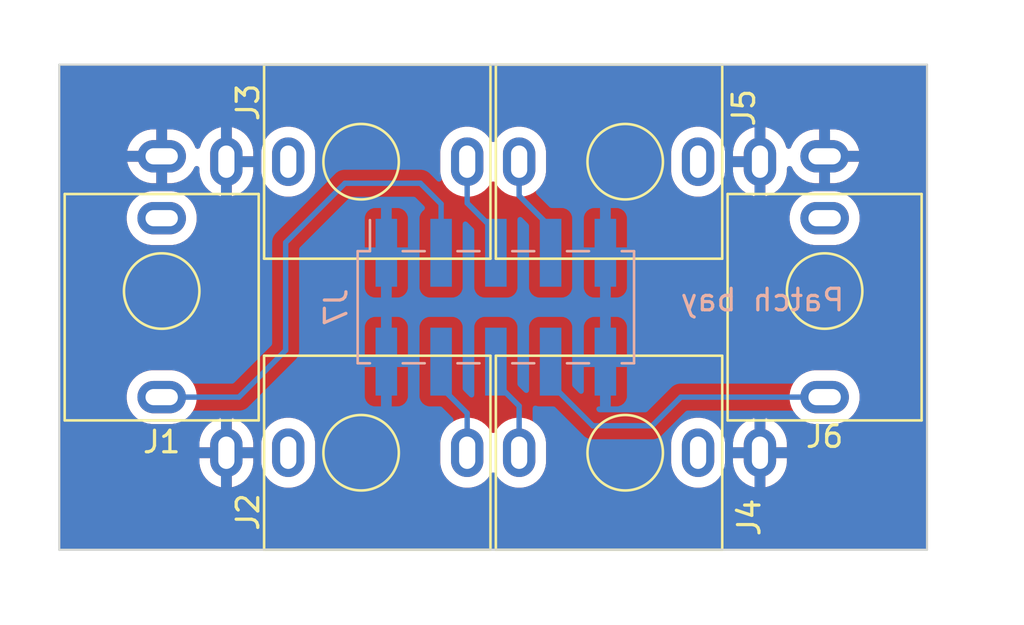
<source format=kicad_pcb>
(kicad_pcb (version 20240108) (generator "pcbnew") (generator_version "8.0")
  (layers (0 "F.Cu" signal) (31 "B.Cu" signal) (34 "B.Paste" user) (35 "F.Paste" user) (36 "B.SilkS" user "B.Silkscreen") (37 "F.SilkS" user "F.Silkscreen") (38 "B.Mask" user) (39 "F.Mask" user) (44 "Edge.Cuts" user))
  (net 0 "")
  (net 2 "GND")
  (net 3 "Net-(J7-Pin_3)")
  (net 5 "Net-(J7-Pin_4)")
  (net 6 "Net-(J7-Pin_5)")
  (net 9 "Net-(J7-Pin_6)")
  (net 10 "Net-(J7-Pin_7)")
  (net 12 "Net-(J7-Pin_8)")
  (footprint "Custom_FP:PJ398SM" (layer "F.Cu") (at 151.25 54.5 90)
    (property "Reference" "J5" (at 2.5 5.5 90) (layer "F.SilkS"))
    (property "Value" "AudioJack2_SwitchT")
    (fp_line (start 4.5 -6) (end -4.5 -6) (stroke (width 0.12)) (layer "F.SilkS"))
    (fp_line (start -4.5 -6) (end -4.5 4.5) (stroke (width 0.12)) (layer "F.SilkS"))
    (fp_line (start 4.5 4.5) (end 4.5 -6) (stroke (width 0.12)) (layer "F.SilkS"))
    (fp_line (start -4.5 4.5) (end 4.5 4.5) (stroke (width 0.12)) (layer "F.SilkS"))
    (fp_circle (center 0 0) (end 1.75 0) (stroke (width 0.12)) (fill none) (layer "F.SilkS"))
    (pad "S" thru_hole oval (at 0 6.25 90) (size 2.25 1.5) (drill oval 1.5 0.75) (layers "*.Cu" "*.Mask") (net 2 "GND"))
    (pad "T" thru_hole oval (at 0 -4.92 90) (size 2.25 1.5) (drill oval 1.5 0.75) (layers "*.Cu" "*.Mask") (net 10 "Net-(J7-Pin_7)"))
    (pad "TN" thru_hole oval (at 0 3.38 90) (size 2.25 1.5) (drill oval 1.5 0.75) (layers "*.Cu" "*.Mask"))
  )
  (footprint "Custom_FP:PJ398SM" (layer "F.Cu") (at 129.75 60.5 180)
    (property "Reference" "J1" (at 0 -7 0) (layer "F.SilkS"))
    (property "Value" "AudioJack2_SwitchT")
    (fp_line (start 4.5 4.5) (end 4.5 -6) (stroke (width 0.12)) (layer "F.SilkS"))
    (fp_line (start 4.5 -6) (end -4.5 -6) (stroke (width 0.12)) (layer "F.SilkS"))
    (fp_line (start -4.5 4.5) (end 4.5 4.5) (stroke (width 0.12)) (layer "F.SilkS"))
    (fp_line (start -4.5 -6) (end -4.5 4.5) (stroke (width 0.12)) (layer "F.SilkS"))
    (fp_circle (center 0 0) (end 1.75 0) (stroke (width 0.12)) (fill none) (layer "F.SilkS"))
    (pad "S" thru_hole oval (at 0 6.25 180) (size 2.25 1.5) (drill oval 1.5 0.75) (layers "*.Cu" "*.Mask") (net 2 "GND"))
    (pad "T" thru_hole oval (at 0 -4.92 180) (size 2.25 1.5) (drill oval 1.5 0.75) (layers "*.Cu" "*.Mask") (net 3 "Net-(J7-Pin_3)"))
    (pad "TN" thru_hole oval (at 0 3.38 180) (size 2.25 1.5) (drill oval 1.5 0.75) (layers "*.Cu" "*.Mask"))
  )
  (footprint "Custom_FP:PJ398SM" (layer "F.Cu") (at 151.25 68 90)
    (property "Reference" "J4" (at -3 5.75 90) (layer "F.SilkS"))
    (property "Value" "AudioJack2_SwitchT")
    (fp_line (start 4.5 -6) (end -4.5 -6) (stroke (width 0.12)) (layer "F.SilkS"))
    (fp_line (start -4.5 -6) (end -4.5 4.5) (stroke (width 0.12)) (layer "F.SilkS"))
    (fp_line (start 4.5 4.5) (end 4.5 -6) (stroke (width 0.12)) (layer "F.SilkS"))
    (fp_line (start -4.5 4.5) (end 4.5 4.5) (stroke (width 0.12)) (layer "F.SilkS"))
    (fp_circle (center 0 0) (end 1.75 0) (stroke (width 0.12)) (fill none) (layer "F.SilkS"))
    (pad "S" thru_hole oval (at 0 6.25 90) (size 2.25 1.5) (drill oval 1.5 0.75) (layers "*.Cu" "*.Mask") (net 2 "GND"))
    (pad "T" thru_hole oval (at 0 -4.92 90) (size 2.25 1.5) (drill oval 1.5 0.75) (layers "*.Cu" "*.Mask") (net 9 "Net-(J7-Pin_6)"))
    (pad "TN" thru_hole oval (at 0 3.38 90) (size 2.25 1.5) (drill oval 1.5 0.75) (layers "*.Cu" "*.Mask"))
  )
  (footprint "Custom_FP:PJ398SM" (layer "F.Cu") (at 139 68 -90)
    (property "Reference" "J2" (at 2.75 5.25 90) (layer "F.SilkS"))
    (property "Value" "AudioJack2_SwitchT")
    (fp_line (start -4.5 4.5) (end 4.5 4.5) (stroke (width 0.12)) (layer "F.SilkS"))
    (fp_line (start 4.5 4.5) (end 4.5 -6) (stroke (width 0.12)) (layer "F.SilkS"))
    (fp_line (start -4.5 -6) (end -4.5 4.5) (stroke (width 0.12)) (layer "F.SilkS"))
    (fp_line (start 4.5 -6) (end -4.5 -6) (stroke (width 0.12)) (layer "F.SilkS"))
    (fp_circle (center 0 0) (end 1.75 0) (stroke (width 0.12)) (fill none) (layer "F.SilkS"))
    (pad "S" thru_hole oval (at 0 6.25 270) (size 2.25 1.5) (drill oval 1.5 0.75) (layers "*.Cu" "*.Mask") (net 2 "GND"))
    (pad "T" thru_hole oval (at 0 -4.92 270) (size 2.25 1.5) (drill oval 1.5 0.75) (layers "*.Cu" "*.Mask") (net 5 "Net-(J7-Pin_4)"))
    (pad "TN" thru_hole oval (at 0 3.38 270) (size 2.25 1.5) (drill oval 1.5 0.75) (layers "*.Cu" "*.Mask"))
  )
  (footprint "Custom_FP:PJ398SM" (layer "F.Cu") (at 160.5 60.5 180)
    (property "Reference" "J6" (at 0 -6.75 0) (layer "F.SilkS"))
    (property "Value" "AudioJack2_SwitchT")
    (fp_line (start 4.5 4.5) (end 4.5 -6) (stroke (width 0.12)) (layer "F.SilkS"))
    (fp_line (start 4.5 -6) (end -4.5 -6) (stroke (width 0.12)) (layer "F.SilkS"))
    (fp_line (start -4.5 4.5) (end 4.5 4.5) (stroke (width 0.12)) (layer "F.SilkS"))
    (fp_line (start -4.5 -6) (end -4.5 4.5) (stroke (width 0.12)) (layer "F.SilkS"))
    (fp_circle (center 0 0) (end 1.75 0) (stroke (width 0.12)) (fill none) (layer "F.SilkS"))
    (pad "S" thru_hole oval (at 0 6.25 180) (size 2.25 1.5) (drill oval 1.5 0.75) (layers "*.Cu" "*.Mask") (net 2 "GND"))
    (pad "T" thru_hole oval (at 0 -4.92 180) (size 2.25 1.5) (drill oval 1.5 0.75) (layers "*.Cu" "*.Mask") (net 12 "Net-(J7-Pin_8)"))
    (pad "TN" thru_hole oval (at 0 3.38 180) (size 2.25 1.5) (drill oval 1.5 0.75) (layers "*.Cu" "*.Mask"))
  )
  (footprint "Custom_FP:PJ398SM" (layer "F.Cu") (at 139 54.5 -90)
    (property "Reference" "J3" (at -2.75 5.25 90) (layer "F.SilkS"))
    (property "Value" "AudioJack2_SwitchT")
    (fp_line (start -4.5 4.5) (end 4.5 4.5) (stroke (width 0.12)) (layer "F.SilkS"))
    (fp_line (start 4.5 4.5) (end 4.5 -6) (stroke (width 0.12)) (layer "F.SilkS"))
    (fp_line (start -4.5 -6) (end -4.5 4.5) (stroke (width 0.12)) (layer "F.SilkS"))
    (fp_line (start 4.5 -6) (end -4.5 -6) (stroke (width 0.12)) (layer "F.SilkS"))
    (fp_circle (center 0 0) (end 1.75 0) (stroke (width 0.12)) (fill none) (layer "F.SilkS"))
    (pad "S" thru_hole oval (at 0 6.25 270) (size 2.25 1.5) (drill oval 1.5 0.75) (layers "*.Cu" "*.Mask") (net 2 "GND"))
    (pad "T" thru_hole oval (at 0 -4.92 270) (size 2.25 1.5) (drill oval 1.5 0.75) (layers "*.Cu" "*.Mask") (net 6 "Net-(J7-Pin_5)"))
    (pad "TN" thru_hole oval (at 0 3.38 270) (size 2.25 1.5) (drill oval 1.5 0.75) (layers "*.Cu" "*.Mask"))
  )
  (footprint "Connector_PinHeader_2.54mm:PinHeader_2x05_P2.54mm_Vertical_SMD" (layer "B.Cu") (at 145.25 61.25 -90)
    (property "Reference" "J7" (at 0 7.41 90) (layer "B.SilkS") (effects (justify mirror)))
    (property "Value" "Conn_01x10_Pin")
    (fp_line (start 2.6 6.41) (end -2.6 6.41) (stroke (width 0.12)) (layer "B.SilkS"))
    (fp_line (start -2.6 5.84) (end -2.6 6.41) (stroke (width 0.12)) (layer "B.SilkS"))
    (fp_line (start -2.6 5.84) (end -4.04 5.84) (stroke (width 0.12)) (layer "B.SilkS"))
    (fp_line (start 2.6 5.84) (end 2.6 6.41) (stroke (width 0.12)) (layer "B.SilkS"))
    (fp_line (start -2.6 3.3) (end -2.6 4.32) (stroke (width 0.12)) (layer "B.SilkS"))
    (fp_line (start 2.6 3.3) (end 2.6 4.32) (stroke (width 0.12)) (layer "B.SilkS"))
    (fp_line (start -2.6 0.76) (end -2.6 1.78) (stroke (width 0.12)) (layer "B.SilkS"))
    (fp_line (start 2.6 0.76) (end 2.6 1.78) (stroke (width 0.12)) (layer "B.SilkS"))
    (fp_line (start -2.6 -1.78) (end -2.6 -0.76) (stroke (width 0.12)) (layer "B.SilkS"))
    (fp_line (start 2.6 -1.78) (end 2.6 -0.76) (stroke (width 0.12)) (layer "B.SilkS"))
    (fp_line (start -2.6 -4.32) (end -2.6 -3.3) (stroke (width 0.12)) (layer "B.SilkS"))
    (fp_line (start 2.6 -4.32) (end 2.6 -3.3) (stroke (width 0.12)) (layer "B.SilkS"))
    (fp_line (start -2.6 -6.41) (end -2.6 -5.84) (stroke (width 0.12)) (layer "B.SilkS"))
    (fp_line (start 2.6 -6.41) (end 2.6 -5.84) (stroke (width 0.12)) (layer "B.SilkS"))
    (fp_line (start 2.6 -6.41) (end -2.6 -6.41) (stroke (width 0.12)) (layer "B.SilkS"))
    (pad "1" smd rect (at -2.525 5.08 270) (size 3.15 1) (layers "B.Cu" "B.Paste" "B.Mask") (net 2 "GND"))
    (pad "2" smd rect (at 2.525 5.08 270) (size 3.15 1) (layers "B.Cu" "B.Paste" "B.Mask") (net 2 "GND"))
    (pad "3" smd rect (at -2.525 2.54 270) (size 3.15 1) (layers "B.Cu" "B.Paste" "B.Mask") (net 3 "Net-(J7-Pin_3)"))
    (pad "4" smd rect (at 2.525 2.54 270) (size 3.15 1) (layers "B.Cu" "B.Paste" "B.Mask") (net 5 "Net-(J7-Pin_4)"))
    (pad "5" smd rect (at -2.525 0 270) (size 3.15 1) (layers "B.Cu" "B.Paste" "B.Mask") (net 6 "Net-(J7-Pin_5)"))
    (pad "6" smd rect (at 2.525 0 270) (size 3.15 1) (layers "B.Cu" "B.Paste" "B.Mask") (net 9 "Net-(J7-Pin_6)"))
    (pad "7" smd rect (at -2.525 -2.54 270) (size 3.15 1) (layers "B.Cu" "B.Paste" "B.Mask") (net 10 "Net-(J7-Pin_7)"))
    (pad "8" smd rect (at 2.525 -2.54 270) (size 3.15 1) (layers "B.Cu" "B.Paste" "B.Mask") (net 12 "Net-(J7-Pin_8)"))
    (pad "9" smd rect (at -2.525 -5.08 270) (size 3.15 1) (layers "B.Cu" "B.Paste" "B.Mask") (net 2 "GND"))
    (pad "10" smd rect (at 2.525 -5.08 270) (size 3.15 1) (layers "B.Cu" "B.Paste" "B.Mask") (net 2 "GND"))
  )
  (gr_line (start 125 50) (end 125 72.5) (stroke (width 0.1)) (layer "Edge.Cuts"))
  (gr_line (start 165.25 50) (end 125 50) (stroke (width 0.1)) (layer "Edge.Cuts"))
  (gr_line (start 125 72.5) (end 165.25 72.5) (stroke (width 0.1)) (layer "Edge.Cuts"))
  (gr_line (start 165.25 72.5) (end 165.25 50) (stroke (width 0.1)) (layer "Edge.Cuts"))
  (gr_text "Patch bay" (at 161.5 61.5 0) (layer "B.SilkS") (effects (font (size 1 1)) (justify left bottom mirror)))
  (segment (start 141.75 55.5) (end 142.71 56.46) (width 0.25) (layer "B.Cu") (net 3))
  (segment (start 135.5 58.25) (end 138.25 55.5) (width 0.25) (layer "B.Cu") (net 3))
  (segment (start 142.71 56.46) (end 142.71 58.725) (width 0.25) (layer "B.Cu") (net 3))
  (segment (start 129.75 65.42) (end 133.33 65.42) (width 0.25) (layer "B.Cu") (net 3))
  (segment (start 135.5 63.25) (end 135.5 58.25) (width 0.25) (layer "B.Cu") (net 3))
  (segment (start 138.25 55.5) (end 141.75 55.5) (width 0.25) (layer "B.Cu") (net 3))
  (segment (start 133.33 65.42) (end 135.5 63.25) (width 0.25) (layer "B.Cu") (net 3))
  (segment (start 142.71 64.96) (end 142.71 63.775) (width 0.25) (layer "B.Cu") (net 5))
  (segment (start 143.92 68) (end 143.92 66.17) (width 0.25) (layer "B.Cu") (net 5))
  (segment (start 143.92 66.17) (end 142.71 64.96) (width 0.25) (layer "B.Cu") (net 5))
  (segment (start 143.92 54.5) (end 143.92 56.42) (width 0.25) (layer "B.Cu") (net 6))
  (segment (start 145.25 57.75) (end 145.25 58.725) (width 0.25) (layer "B.Cu") (net 6))
  (segment (start 143.92 56.42) (end 145.25 57.75) (width 0.25) (layer "B.Cu") (net 6))
  (segment (start 146.33 68) (end 146.33 65.83) (width 0.25) (layer "B.Cu") (net 9))
  (segment (start 146.33 65.83) (end 145.25 64.75) (width 0.25) (layer "B.Cu") (net 9))
  (segment (start 145.25 64.75) (end 145.25 63.775) (width 0.25) (layer "B.Cu") (net 9))
  (segment (start 146.33 54.5) (end 146.33 56.08) (width 0.25) (layer "B.Cu") (net 10))
  (segment (start 146.33 56.08) (end 147.79 57.54) (width 0.25) (layer "B.Cu") (net 10))
  (segment (start 147.79 57.54) (end 147.79 58.725) (width 0.25) (layer "B.Cu") (net 10))
  (segment (start 147.79 63.775) (end 147.79 64.79) (width 0.25) (layer "B.Cu") (net 12))
  (segment (start 147.79 64.79) (end 149.75 66.75) (width 0.25) (layer "B.Cu") (net 12))
  (segment (start 153.83 65.42) (end 160.5 65.42) (width 0.25) (layer "B.Cu") (net 12))
  (segment (start 149.75 66.75) (end 152.5 66.75) (width 0.25) (layer "B.Cu") (net 12))
  (segment (start 152.5 66.75) (end 153.83 65.42) (width 0.25) (layer "B.Cu") (net 12))
  (zone (net 2) (net_name "GND") (layers "F&B.Cu") (connect_pads (clearance 0.5)) (min_thickness 0.25) (fill yes (thermal_gap 0.5) (thermal_bridge_width 0.5))
    (polygon (pts (xy 123.25 49) (xy 122.25 75.5) (xy 169.75 76) (xy 169.25 47.5) (xy 123.25 47)))
  )
)
</source>
